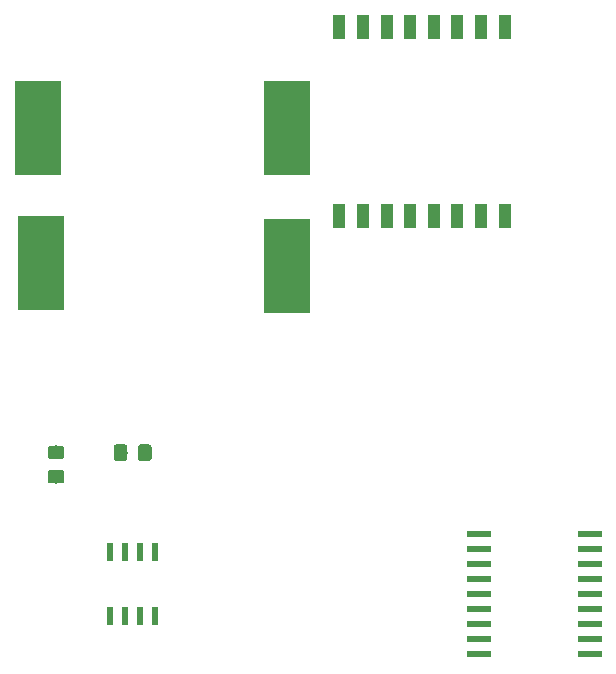
<source format=gbr>
G04 #@! TF.GenerationSoftware,KiCad,Pcbnew,5.0.2*
G04 #@! TF.CreationDate,2019-07-25T16:39:25-03:00*
G04 #@! TF.ProjectId,ShieldEduIfspSTM32,53686965-6c64-4456-9475-496673705354,rev?*
G04 #@! TF.SameCoordinates,Original*
G04 #@! TF.FileFunction,Paste,Bot*
G04 #@! TF.FilePolarity,Positive*
%FSLAX46Y46*%
G04 Gerber Fmt 4.6, Leading zero omitted, Abs format (unit mm)*
G04 Created by KiCad (PCBNEW 5.0.2) date qui 25 jul 2019 16:39:25 -03*
%MOMM*%
%LPD*%
G01*
G04 APERTURE LIST*
%ADD10R,2.000000X0.600000*%
%ADD11C,0.100000*%
%ADD12C,1.150000*%
%ADD13R,4.000000X8.000000*%
%ADD14R,1.000000X2.000000*%
%ADD15R,0.600000X1.550000*%
G04 APERTURE END LIST*
D10*
G04 #@! TO.C,U6*
X144800000Y-97080000D03*
X144800000Y-95810000D03*
X144800000Y-94540000D03*
X144800000Y-93270000D03*
X144800000Y-92000000D03*
X144800000Y-90730000D03*
X144800000Y-89460000D03*
X144800000Y-88190000D03*
X144800000Y-86920000D03*
X154200000Y-86920000D03*
X154200000Y-88190000D03*
X154200000Y-89460000D03*
X154200000Y-90730000D03*
X154200000Y-92000000D03*
X154200000Y-93270000D03*
X154200000Y-94540000D03*
X154200000Y-95810000D03*
X154200000Y-97080000D03*
G04 #@! TD*
D11*
G04 #@! TO.C,R20*
G36*
X109474505Y-79401204D02*
X109498773Y-79404804D01*
X109522572Y-79410765D01*
X109545671Y-79419030D01*
X109567850Y-79429520D01*
X109588893Y-79442132D01*
X109608599Y-79456747D01*
X109626777Y-79473223D01*
X109643253Y-79491401D01*
X109657868Y-79511107D01*
X109670480Y-79532150D01*
X109680970Y-79554329D01*
X109689235Y-79577428D01*
X109695196Y-79601227D01*
X109698796Y-79625495D01*
X109700000Y-79649999D01*
X109700000Y-80300001D01*
X109698796Y-80324505D01*
X109695196Y-80348773D01*
X109689235Y-80372572D01*
X109680970Y-80395671D01*
X109670480Y-80417850D01*
X109657868Y-80438893D01*
X109643253Y-80458599D01*
X109626777Y-80476777D01*
X109608599Y-80493253D01*
X109588893Y-80507868D01*
X109567850Y-80520480D01*
X109545671Y-80530970D01*
X109522572Y-80539235D01*
X109498773Y-80545196D01*
X109474505Y-80548796D01*
X109450001Y-80550000D01*
X108549999Y-80550000D01*
X108525495Y-80548796D01*
X108501227Y-80545196D01*
X108477428Y-80539235D01*
X108454329Y-80530970D01*
X108432150Y-80520480D01*
X108411107Y-80507868D01*
X108391401Y-80493253D01*
X108373223Y-80476777D01*
X108356747Y-80458599D01*
X108342132Y-80438893D01*
X108329520Y-80417850D01*
X108319030Y-80395671D01*
X108310765Y-80372572D01*
X108304804Y-80348773D01*
X108301204Y-80324505D01*
X108300000Y-80300001D01*
X108300000Y-79649999D01*
X108301204Y-79625495D01*
X108304804Y-79601227D01*
X108310765Y-79577428D01*
X108319030Y-79554329D01*
X108329520Y-79532150D01*
X108342132Y-79511107D01*
X108356747Y-79491401D01*
X108373223Y-79473223D01*
X108391401Y-79456747D01*
X108411107Y-79442132D01*
X108432150Y-79429520D01*
X108454329Y-79419030D01*
X108477428Y-79410765D01*
X108501227Y-79404804D01*
X108525495Y-79401204D01*
X108549999Y-79400000D01*
X109450001Y-79400000D01*
X109474505Y-79401204D01*
X109474505Y-79401204D01*
G37*
D12*
X109000000Y-79975000D03*
D11*
G36*
X109474505Y-81451204D02*
X109498773Y-81454804D01*
X109522572Y-81460765D01*
X109545671Y-81469030D01*
X109567850Y-81479520D01*
X109588893Y-81492132D01*
X109608599Y-81506747D01*
X109626777Y-81523223D01*
X109643253Y-81541401D01*
X109657868Y-81561107D01*
X109670480Y-81582150D01*
X109680970Y-81604329D01*
X109689235Y-81627428D01*
X109695196Y-81651227D01*
X109698796Y-81675495D01*
X109700000Y-81699999D01*
X109700000Y-82350001D01*
X109698796Y-82374505D01*
X109695196Y-82398773D01*
X109689235Y-82422572D01*
X109680970Y-82445671D01*
X109670480Y-82467850D01*
X109657868Y-82488893D01*
X109643253Y-82508599D01*
X109626777Y-82526777D01*
X109608599Y-82543253D01*
X109588893Y-82557868D01*
X109567850Y-82570480D01*
X109545671Y-82580970D01*
X109522572Y-82589235D01*
X109498773Y-82595196D01*
X109474505Y-82598796D01*
X109450001Y-82600000D01*
X108549999Y-82600000D01*
X108525495Y-82598796D01*
X108501227Y-82595196D01*
X108477428Y-82589235D01*
X108454329Y-82580970D01*
X108432150Y-82570480D01*
X108411107Y-82557868D01*
X108391401Y-82543253D01*
X108373223Y-82526777D01*
X108356747Y-82508599D01*
X108342132Y-82488893D01*
X108329520Y-82467850D01*
X108319030Y-82445671D01*
X108310765Y-82422572D01*
X108304804Y-82398773D01*
X108301204Y-82374505D01*
X108300000Y-82350001D01*
X108300000Y-81699999D01*
X108301204Y-81675495D01*
X108304804Y-81651227D01*
X108310765Y-81627428D01*
X108319030Y-81604329D01*
X108329520Y-81582150D01*
X108342132Y-81561107D01*
X108356747Y-81541401D01*
X108373223Y-81523223D01*
X108391401Y-81506747D01*
X108411107Y-81492132D01*
X108432150Y-81479520D01*
X108454329Y-81469030D01*
X108477428Y-81460765D01*
X108501227Y-81454804D01*
X108525495Y-81451204D01*
X108549999Y-81450000D01*
X109450001Y-81450000D01*
X109474505Y-81451204D01*
X109474505Y-81451204D01*
G37*
D12*
X109000000Y-82025000D03*
G04 #@! TD*
D11*
G04 #@! TO.C,R21*
G36*
X116874505Y-79301204D02*
X116898773Y-79304804D01*
X116922572Y-79310765D01*
X116945671Y-79319030D01*
X116967850Y-79329520D01*
X116988893Y-79342132D01*
X117008599Y-79356747D01*
X117026777Y-79373223D01*
X117043253Y-79391401D01*
X117057868Y-79411107D01*
X117070480Y-79432150D01*
X117080970Y-79454329D01*
X117089235Y-79477428D01*
X117095196Y-79501227D01*
X117098796Y-79525495D01*
X117100000Y-79549999D01*
X117100000Y-80450001D01*
X117098796Y-80474505D01*
X117095196Y-80498773D01*
X117089235Y-80522572D01*
X117080970Y-80545671D01*
X117070480Y-80567850D01*
X117057868Y-80588893D01*
X117043253Y-80608599D01*
X117026777Y-80626777D01*
X117008599Y-80643253D01*
X116988893Y-80657868D01*
X116967850Y-80670480D01*
X116945671Y-80680970D01*
X116922572Y-80689235D01*
X116898773Y-80695196D01*
X116874505Y-80698796D01*
X116850001Y-80700000D01*
X116199999Y-80700000D01*
X116175495Y-80698796D01*
X116151227Y-80695196D01*
X116127428Y-80689235D01*
X116104329Y-80680970D01*
X116082150Y-80670480D01*
X116061107Y-80657868D01*
X116041401Y-80643253D01*
X116023223Y-80626777D01*
X116006747Y-80608599D01*
X115992132Y-80588893D01*
X115979520Y-80567850D01*
X115969030Y-80545671D01*
X115960765Y-80522572D01*
X115954804Y-80498773D01*
X115951204Y-80474505D01*
X115950000Y-80450001D01*
X115950000Y-79549999D01*
X115951204Y-79525495D01*
X115954804Y-79501227D01*
X115960765Y-79477428D01*
X115969030Y-79454329D01*
X115979520Y-79432150D01*
X115992132Y-79411107D01*
X116006747Y-79391401D01*
X116023223Y-79373223D01*
X116041401Y-79356747D01*
X116061107Y-79342132D01*
X116082150Y-79329520D01*
X116104329Y-79319030D01*
X116127428Y-79310765D01*
X116151227Y-79304804D01*
X116175495Y-79301204D01*
X116199999Y-79300000D01*
X116850001Y-79300000D01*
X116874505Y-79301204D01*
X116874505Y-79301204D01*
G37*
D12*
X116525000Y-80000000D03*
D11*
G36*
X114824505Y-79301204D02*
X114848773Y-79304804D01*
X114872572Y-79310765D01*
X114895671Y-79319030D01*
X114917850Y-79329520D01*
X114938893Y-79342132D01*
X114958599Y-79356747D01*
X114976777Y-79373223D01*
X114993253Y-79391401D01*
X115007868Y-79411107D01*
X115020480Y-79432150D01*
X115030970Y-79454329D01*
X115039235Y-79477428D01*
X115045196Y-79501227D01*
X115048796Y-79525495D01*
X115050000Y-79549999D01*
X115050000Y-80450001D01*
X115048796Y-80474505D01*
X115045196Y-80498773D01*
X115039235Y-80522572D01*
X115030970Y-80545671D01*
X115020480Y-80567850D01*
X115007868Y-80588893D01*
X114993253Y-80608599D01*
X114976777Y-80626777D01*
X114958599Y-80643253D01*
X114938893Y-80657868D01*
X114917850Y-80670480D01*
X114895671Y-80680970D01*
X114872572Y-80689235D01*
X114848773Y-80695196D01*
X114824505Y-80698796D01*
X114800001Y-80700000D01*
X114149999Y-80700000D01*
X114125495Y-80698796D01*
X114101227Y-80695196D01*
X114077428Y-80689235D01*
X114054329Y-80680970D01*
X114032150Y-80670480D01*
X114011107Y-80657868D01*
X113991401Y-80643253D01*
X113973223Y-80626777D01*
X113956747Y-80608599D01*
X113942132Y-80588893D01*
X113929520Y-80567850D01*
X113919030Y-80545671D01*
X113910765Y-80522572D01*
X113904804Y-80498773D01*
X113901204Y-80474505D01*
X113900000Y-80450001D01*
X113900000Y-79549999D01*
X113901204Y-79525495D01*
X113904804Y-79501227D01*
X113910765Y-79477428D01*
X113919030Y-79454329D01*
X113929520Y-79432150D01*
X113942132Y-79411107D01*
X113956747Y-79391401D01*
X113973223Y-79373223D01*
X113991401Y-79356747D01*
X114011107Y-79342132D01*
X114032150Y-79329520D01*
X114054329Y-79319030D01*
X114077428Y-79310765D01*
X114101227Y-79304804D01*
X114125495Y-79301204D01*
X114149999Y-79300000D01*
X114800001Y-79300000D01*
X114824505Y-79301204D01*
X114824505Y-79301204D01*
G37*
D12*
X114475000Y-80000000D03*
G04 #@! TD*
D13*
G04 #@! TO.C,U2*
X107762000Y-63970000D03*
X107508000Y-52540000D03*
X128590000Y-52540000D03*
X128590000Y-64224000D03*
G04 #@! TD*
D14*
G04 #@! TO.C,U4*
X147000000Y-60000000D03*
X145000000Y-60000000D03*
X143000000Y-60000000D03*
X141000000Y-60000000D03*
X139000000Y-60000000D03*
X137000000Y-60000000D03*
X135000000Y-60000000D03*
X133000000Y-60000000D03*
X133000000Y-44000000D03*
X135000000Y-44000000D03*
X137000000Y-44000000D03*
X139000000Y-44000000D03*
X141000000Y-44000000D03*
X143000000Y-44000000D03*
X145000000Y-44000000D03*
X147000000Y-44000000D03*
G04 #@! TD*
D15*
G04 #@! TO.C,U8*
X117405000Y-93800000D03*
X116135000Y-93800000D03*
X114865000Y-93800000D03*
X113595000Y-93800000D03*
X113595000Y-88400000D03*
X114865000Y-88400000D03*
X116135000Y-88400000D03*
X117405000Y-88400000D03*
G04 #@! TD*
M02*

</source>
